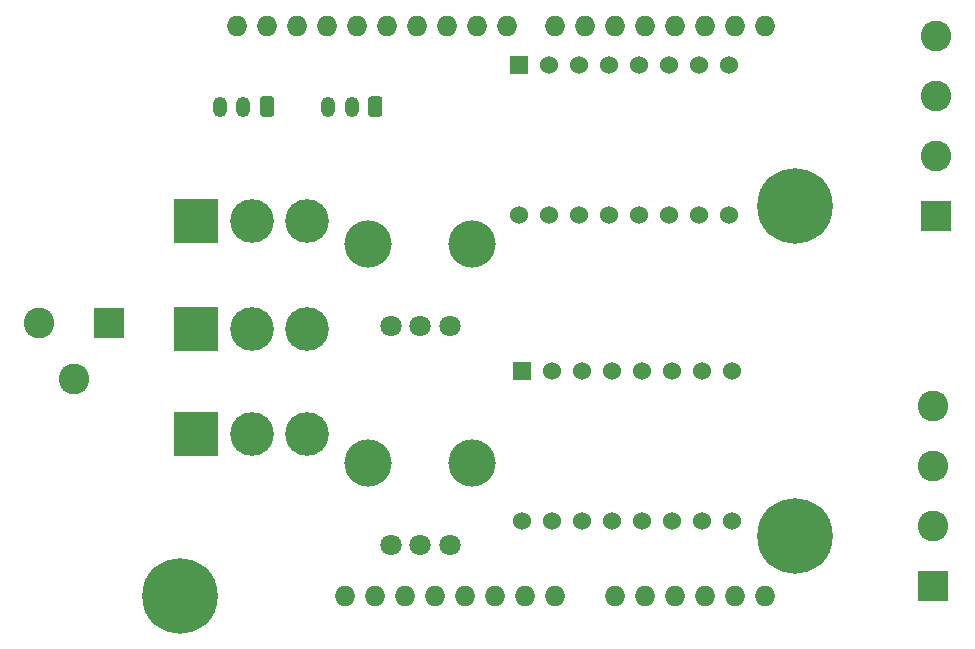
<source format=gbs>
G04 #@! TF.GenerationSoftware,KiCad,Pcbnew,5.1.9-73d0e3b20d~88~ubuntu18.04.1*
G04 #@! TF.CreationDate,2021-02-15T13:27:50-05:00*
G04 #@! TF.ProjectId,driver,64726976-6572-42e6-9b69-6361645f7063,v1.0.0*
G04 #@! TF.SameCoordinates,Original*
G04 #@! TF.FileFunction,Soldermask,Bot*
G04 #@! TF.FilePolarity,Negative*
%FSLAX46Y46*%
G04 Gerber Fmt 4.6, Leading zero omitted, Abs format (unit mm)*
G04 Created by KiCad (PCBNEW 5.1.9-73d0e3b20d~88~ubuntu18.04.1) date 2021-02-15 13:27:50*
%MOMM*%
%LPD*%
G01*
G04 APERTURE LIST*
%ADD10O,1.727200X1.727200*%
%ADD11C,3.200000*%
%ADD12R,1.524000X1.524000*%
%ADD13C,1.524000*%
%ADD14C,0.800000*%
%ADD15C,6.400000*%
%ADD16C,2.600000*%
%ADD17R,2.600000X2.600000*%
%ADD18O,1.200000X1.750000*%
%ADD19C,1.800000*%
%ADD20C,4.000000*%
%ADD21C,3.700000*%
%ADD22R,3.700000X3.700000*%
G04 APERTURE END LIST*
D10*
X171525000Y-125170000D03*
X168985000Y-125170000D03*
X166445000Y-125170000D03*
X163905000Y-125170000D03*
X161365000Y-125170000D03*
X135965000Y-125170000D03*
X142061000Y-76910000D03*
X139521000Y-76910000D03*
X136981000Y-76910000D03*
X131901000Y-76910000D03*
X129361000Y-76910000D03*
X126821000Y-76910000D03*
D11*
X121995000Y-125170000D03*
X174065000Y-92150000D03*
X174065000Y-120090000D03*
D10*
X144601000Y-76910000D03*
X147141000Y-76910000D03*
X149681000Y-76910000D03*
X134441000Y-76910000D03*
X153745000Y-76910000D03*
X156285000Y-76910000D03*
X158825000Y-76910000D03*
X161365000Y-76910000D03*
X163905000Y-76910000D03*
X166445000Y-76910000D03*
X168985000Y-76910000D03*
X171525000Y-76910000D03*
X138505000Y-125170000D03*
X141045000Y-125170000D03*
X143585000Y-125170000D03*
X146125000Y-125170000D03*
X148665000Y-125170000D03*
X151205000Y-125170000D03*
X153745000Y-125170000D03*
X158825000Y-125170000D03*
D12*
X150876000Y-106172000D03*
D13*
X153416000Y-106172000D03*
X155956000Y-106172000D03*
X158496000Y-106172000D03*
X161036000Y-106172000D03*
X163576000Y-106172000D03*
X166116000Y-106172000D03*
X168656000Y-106172000D03*
X168656000Y-118872000D03*
X166116000Y-118872000D03*
X163576000Y-118872000D03*
X161036000Y-118872000D03*
X158496000Y-118872000D03*
X155956000Y-118872000D03*
X153416000Y-118872000D03*
X150876000Y-118872000D03*
X150622000Y-92964000D03*
X153162000Y-92964000D03*
X155702000Y-92964000D03*
X158242000Y-92964000D03*
X160782000Y-92964000D03*
X163322000Y-92964000D03*
X165862000Y-92964000D03*
X168402000Y-92964000D03*
X168402000Y-80264000D03*
X165862000Y-80264000D03*
X163322000Y-80264000D03*
X160782000Y-80264000D03*
X158242000Y-80264000D03*
X155702000Y-80264000D03*
X153162000Y-80264000D03*
D12*
X150622000Y-80264000D03*
D14*
X175762056Y-90452944D03*
X174065000Y-89750000D03*
X172367944Y-90452944D03*
X171665000Y-92150000D03*
X172367944Y-93847056D03*
X174065000Y-94550000D03*
X175762056Y-93847056D03*
X176465000Y-92150000D03*
D15*
X174065000Y-92150000D03*
X121995000Y-125170000D03*
D14*
X124395000Y-125170000D03*
X123692056Y-126867056D03*
X121995000Y-127570000D03*
X120297944Y-126867056D03*
X119595000Y-125170000D03*
X120297944Y-123472944D03*
X121995000Y-122770000D03*
X123692056Y-123472944D03*
X175762056Y-118392944D03*
X174065000Y-117690000D03*
X172367944Y-118392944D03*
X171665000Y-120090000D03*
X172367944Y-121787056D03*
X174065000Y-122490000D03*
X175762056Y-121787056D03*
X176465000Y-120090000D03*
D15*
X174065000Y-120090000D03*
D16*
X185979000Y-77749400D03*
X185979000Y-82829400D03*
X185979000Y-87909400D03*
D17*
X185979000Y-92989400D03*
X185725000Y-124358000D03*
D16*
X185725000Y-119278000D03*
X185725000Y-114198000D03*
X185725000Y-109118000D03*
D18*
X134481000Y-83760400D03*
X136481000Y-83760400D03*
G36*
G01*
X139081000Y-83135399D02*
X139081000Y-84385401D01*
G75*
G02*
X138831001Y-84635400I-249999J0D01*
G01*
X138130999Y-84635400D01*
G75*
G02*
X137881000Y-84385401I0J249999D01*
G01*
X137881000Y-83135399D01*
G75*
G02*
X138130999Y-82885400I249999J0D01*
G01*
X138831001Y-82885400D01*
G75*
G02*
X139081000Y-83135399I0J-249999D01*
G01*
G37*
G36*
G01*
X129925000Y-83135399D02*
X129925000Y-84385401D01*
G75*
G02*
X129675001Y-84635400I-249999J0D01*
G01*
X128974999Y-84635400D01*
G75*
G02*
X128725000Y-84385401I0J249999D01*
G01*
X128725000Y-83135399D01*
G75*
G02*
X128974999Y-82885400I249999J0D01*
G01*
X129675001Y-82885400D01*
G75*
G02*
X129925000Y-83135399I0J-249999D01*
G01*
G37*
X127325000Y-83760400D03*
X125325000Y-83760400D03*
D17*
X115982000Y-102108000D03*
D16*
X109982000Y-102108000D03*
X112982000Y-106808000D03*
D19*
X139780000Y-120904000D03*
X142280000Y-120904000D03*
X144780000Y-120904000D03*
D20*
X137880000Y-113904000D03*
X146680000Y-113904000D03*
X146680000Y-95362000D03*
X137880000Y-95362000D03*
D19*
X144780000Y-102362000D03*
X142280000Y-102362000D03*
X139780000Y-102362000D03*
D21*
X128016000Y-111506000D03*
D22*
X123316000Y-111506000D03*
D21*
X132716000Y-111506000D03*
X132716000Y-102616000D03*
D22*
X123316000Y-102616000D03*
D21*
X128016000Y-102616000D03*
X128016000Y-93472000D03*
D22*
X123316000Y-93472000D03*
D21*
X132716000Y-93472000D03*
M02*

</source>
